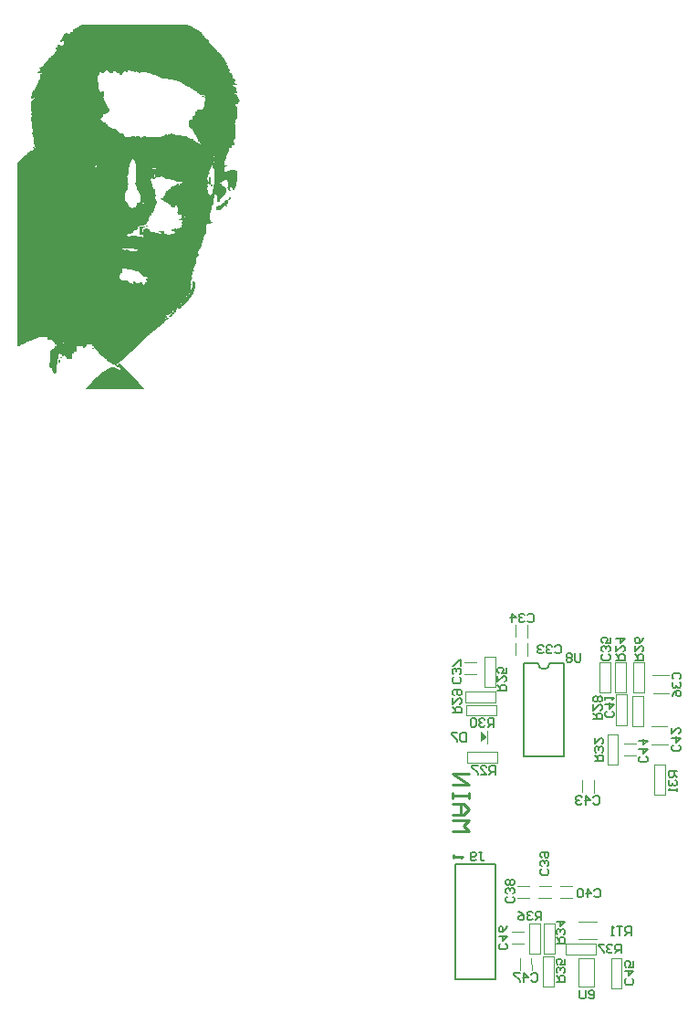
<source format=gbo>
G04*
G04 #@! TF.GenerationSoftware,Altium Limited,Altium Designer,20.0.10 (225)*
G04*
G04 Layer_Color=32896*
%FSLAX25Y25*%
%MOIN*%
G70*
G01*
G75*
%ADD10C,0.00787*%
%ADD12C,0.01000*%
%ADD16C,0.00394*%
%ADD18C,0.00591*%
%ADD218C,0.00332*%
G36*
X330731Y100557D02*
X330554Y100557D01*
X328349Y102762D01*
X328349Y98825D01*
X330731Y100557D01*
D02*
G37*
D10*
X349211Y127524D02*
G03*
X353451Y127524I2120J0D01*
G01*
X321775Y54280D02*
X333587D01*
Y12154D02*
Y54280D01*
X319020Y12154D02*
X333587D01*
X319020D02*
Y54280D01*
X321775D01*
X343851Y127524D02*
X349211D01*
X353451D02*
X358811D01*
Y126737D02*
Y127524D01*
X343851Y126737D02*
Y127524D01*
Y93666D02*
Y126737D01*
Y93666D02*
X358811D01*
Y126737D01*
D12*
X317929Y66354D02*
X323927D01*
X321928Y68354D01*
X323927Y70353D01*
X317929D01*
Y72352D02*
X321928D01*
X323927Y74352D01*
X321928Y76351D01*
X317929D01*
X320928D01*
Y72352D01*
X323927Y78351D02*
Y80350D01*
Y79350D01*
X317929D01*
Y78351D01*
Y80350D01*
Y83349D02*
X323927D01*
X317929Y87348D01*
X323927D01*
X318445Y56461D02*
Y57511D01*
Y56986D01*
X321593D01*
X321069Y56461D01*
D16*
X330712Y102761D02*
X330751Y98352D01*
X363945Y33224D02*
X370638D01*
X363945Y26924D02*
X370638D01*
X377315Y116894D02*
X381252D01*
X377315D02*
Y127918D01*
X381252D01*
Y116894D02*
Y127918D01*
X329694Y130034D02*
X333630D01*
Y119010D02*
Y130034D01*
X329694Y119010D02*
X333630D01*
X329694D02*
Y130034D01*
X334436Y91198D02*
Y95135D01*
X323412Y91198D02*
X334436D01*
X323412D02*
Y95135D01*
X334436D01*
X384008Y127918D02*
X387945D01*
Y116894D02*
Y127918D01*
X384008Y116894D02*
X387945D01*
X384008D02*
Y127918D01*
X383614Y115713D02*
X387551D01*
Y104690D02*
Y115713D01*
X383614Y104690D02*
X387551D01*
X383614D02*
Y115713D01*
X333614Y113351D02*
Y117288D01*
X322591Y113351D02*
X333614D01*
X322591D02*
Y117288D01*
X333614D01*
X334008Y108430D02*
Y112367D01*
X322985Y108430D02*
X334008D01*
X322985D02*
Y112367D01*
X334008D01*
X391652Y90643D02*
X395588D01*
Y79619D02*
Y90643D01*
X391652Y79619D02*
X395588D01*
X391652D02*
Y90643D01*
X374559Y101540D02*
X378496D01*
Y90516D02*
Y101540D01*
X374559Y90516D02*
X378496D01*
X374559D02*
Y101540D01*
X351270Y21568D02*
X355206D01*
X351270D02*
Y32592D01*
X355206D01*
Y21568D02*
Y32592D01*
X351002Y9455D02*
X354939D01*
X351002D02*
Y20479D01*
X354939D01*
Y9455D02*
Y20479D01*
X345918Y21614D02*
X349854D01*
X345918D02*
Y32638D01*
X349854D01*
Y21614D02*
Y32638D01*
X359321Y21370D02*
Y25307D01*
X370345D01*
Y21370D02*
Y25307D01*
X359321Y21370D02*
X370345D01*
X391095Y123194D02*
X392591D01*
X397000D01*
X395819Y116501D02*
X397000D01*
X391410Y116461D02*
X395819Y116501D01*
X395118Y97856D02*
X396614D01*
X390708D02*
X395118D01*
X390708Y104549D02*
X391890D01*
X396299Y104588D01*
X340942Y134899D02*
X340981Y130489D01*
X345194Y134801D02*
X345233Y130391D01*
X340942Y141592D02*
X340981Y137182D01*
X345194Y141494D02*
X345233Y137084D01*
X322256Y123592D02*
X326665Y123632D01*
X322354Y127844D02*
X326763Y127884D01*
X341670Y46126D02*
X346079Y46165D01*
X341572Y41874D02*
X345981Y41913D01*
X349544Y46126D02*
X353953Y46165D01*
X349446Y41874D02*
X353855Y41913D01*
X357418Y46126D02*
X361827Y46165D01*
X357320Y41874D02*
X361729Y41913D01*
X365325Y84886D02*
X365364Y80477D01*
X369577Y84788D02*
X369616Y80379D01*
X380674Y98110D02*
X385083Y98150D01*
X380576Y93858D02*
X384985Y93898D01*
X339689Y29485D02*
X344098Y29524D01*
X339591Y25233D02*
X344000Y25272D01*
X346823Y19883D02*
X346862Y15474D01*
X342571Y19981D02*
X342610Y15572D01*
X375740Y116894D02*
Y127918D01*
X371803D02*
X375740D01*
X371803Y116894D02*
Y127918D01*
Y116894D02*
X375740D01*
X377709Y105083D02*
Y116107D01*
Y105083D02*
X381646D01*
Y116107D01*
X377709D02*
X381646D01*
X379784Y8909D02*
Y19933D01*
X375848D02*
X379784D01*
X375848Y8909D02*
Y19933D01*
Y8909D02*
X379784D01*
X364046Y9559D02*
Y19795D01*
X369557D01*
Y9559D02*
Y19795D01*
X364046Y9559D02*
X369557D01*
D18*
X364502Y8267D02*
Y5643D01*
X365027Y5119D01*
X366076D01*
X366601Y5643D01*
Y8267D01*
X367651Y5643D02*
X368176Y5119D01*
X369225D01*
X369750Y5643D01*
Y7742D01*
X369225Y8267D01*
X368176D01*
X367651Y7742D01*
Y7218D01*
X368176Y6693D01*
X369750D01*
X364828Y131102D02*
Y128478D01*
X364304Y127953D01*
X363254D01*
X362730Y128478D01*
Y131102D01*
X361680Y130577D02*
X361155Y131102D01*
X360106D01*
X359581Y130577D01*
Y130052D01*
X360106Y129528D01*
X359581Y129003D01*
Y128478D01*
X360106Y127953D01*
X361155D01*
X361680Y128478D01*
Y129003D01*
X361155Y129528D01*
X361680Y130052D01*
Y130577D01*
X361155Y129528D02*
X360106D01*
X383201Y28347D02*
Y31496D01*
X381627D01*
X381102Y30971D01*
Y29921D01*
X381627Y29397D01*
X383201D01*
X382151D02*
X381102Y28347D01*
X380052Y31496D02*
X377953D01*
X379003D01*
Y28347D01*
X376904D02*
X375854D01*
X376379D01*
Y31496D01*
X376904Y30971D01*
X379592Y21851D02*
Y24999D01*
X378017D01*
X377493Y24475D01*
Y23425D01*
X378017Y22900D01*
X379592D01*
X378542D02*
X377493Y21851D01*
X376443Y24475D02*
X375919Y24999D01*
X374869D01*
X374344Y24475D01*
Y23950D01*
X374869Y23425D01*
X375394D01*
X374869D01*
X374344Y22900D01*
Y22376D01*
X374869Y21851D01*
X375919D01*
X376443Y22376D01*
X373295Y24999D02*
X371196D01*
Y24475D01*
X373295Y22376D01*
Y21851D01*
X350458Y33859D02*
Y37007D01*
X348884D01*
X348359Y36483D01*
Y35433D01*
X348884Y34908D01*
X350458D01*
X349408D02*
X348359Y33859D01*
X347309Y36483D02*
X346785Y37007D01*
X345735D01*
X345210Y36483D01*
Y35958D01*
X345735Y35433D01*
X346260D01*
X345735D01*
X345210Y34908D01*
Y34384D01*
X345735Y33859D01*
X346785D01*
X347309Y34384D01*
X342062Y37007D02*
X343111Y36483D01*
X344161Y35433D01*
Y34384D01*
X343636Y33859D01*
X342586D01*
X342062Y34384D01*
Y34908D01*
X342586Y35433D01*
X344161D01*
X355906Y11353D02*
X359055D01*
Y12927D01*
X358530Y13452D01*
X357480D01*
X356956Y12927D01*
Y11353D01*
Y12403D02*
X355906Y13452D01*
X358530Y14502D02*
X359055Y15026D01*
Y16076D01*
X358530Y16601D01*
X358005D01*
X357480Y16076D01*
Y15551D01*
Y16076D01*
X356956Y16601D01*
X356431D01*
X355906Y16076D01*
Y15026D01*
X356431Y14502D01*
X359055Y19749D02*
Y17650D01*
X357480D01*
X358005Y18700D01*
Y19225D01*
X357480Y19749D01*
X356431D01*
X355906Y19225D01*
Y18175D01*
X356431Y17650D01*
X355906Y25329D02*
X359055D01*
Y26904D01*
X358530Y27428D01*
X357480D01*
X356956Y26904D01*
Y25329D01*
Y26379D02*
X355906Y27428D01*
X358530Y28478D02*
X359055Y29003D01*
Y30052D01*
X358530Y30577D01*
X358005D01*
X357480Y30052D01*
Y29528D01*
Y30052D01*
X356956Y30577D01*
X356431D01*
X355906Y30052D01*
Y29003D01*
X356431Y28478D01*
X355906Y33201D02*
X359055D01*
X357480Y31627D01*
Y33726D01*
X369882Y91865D02*
X373031D01*
Y93439D01*
X372506Y93964D01*
X371457D01*
X370932Y93439D01*
Y91865D01*
Y92914D02*
X369882Y93964D01*
X372506Y95013D02*
X373031Y95538D01*
Y96588D01*
X372506Y97113D01*
X371982D01*
X371457Y96588D01*
Y96063D01*
Y96588D01*
X370932Y97113D01*
X370407D01*
X369882Y96588D01*
Y95538D01*
X370407Y95013D01*
X369882Y100261D02*
Y98162D01*
X371982Y100261D01*
X372506D01*
X373031Y99736D01*
Y98687D01*
X372506Y98162D01*
X399999Y88122D02*
X396851D01*
Y86548D01*
X397376Y86023D01*
X398425D01*
X398950Y86548D01*
Y88122D01*
Y87073D02*
X399999Y86023D01*
X397376Y84974D02*
X396851Y84449D01*
Y83399D01*
X397376Y82875D01*
X397900D01*
X398425Y83399D01*
Y83924D01*
Y83399D01*
X398950Y82875D01*
X399475D01*
X399999Y83399D01*
Y84449D01*
X399475Y84974D01*
X399999Y81825D02*
Y80775D01*
Y81300D01*
X396851D01*
X397376Y81825D01*
X332938Y104331D02*
Y107480D01*
X331364D01*
X330839Y106955D01*
Y105905D01*
X331364Y105381D01*
X332938D01*
X331889D02*
X330839Y104331D01*
X329790Y106955D02*
X329265Y107480D01*
X328215D01*
X327691Y106955D01*
Y106430D01*
X328215Y105905D01*
X328740D01*
X328215D01*
X327691Y105381D01*
Y104856D01*
X328215Y104331D01*
X329265D01*
X329790Y104856D01*
X326641Y106955D02*
X326116Y107480D01*
X325067D01*
X324542Y106955D01*
Y104856D01*
X325067Y104331D01*
X326116D01*
X326641Y104856D01*
Y106955D01*
X318111Y109581D02*
X321259D01*
Y111156D01*
X320735Y111680D01*
X319685D01*
X319160Y111156D01*
Y109581D01*
Y110631D02*
X318111Y111680D01*
Y114829D02*
Y112730D01*
X320210Y114829D01*
X320735D01*
X321259Y114304D01*
Y113255D01*
X320735Y112730D01*
X318636Y115879D02*
X318111Y116403D01*
Y117453D01*
X318636Y117978D01*
X320735D01*
X321259Y117453D01*
Y116403D01*
X320735Y115879D01*
X320210D01*
X319685Y116403D01*
Y117978D01*
X369489Y107219D02*
X372637D01*
Y108793D01*
X372112Y109318D01*
X371063D01*
X370538Y108793D01*
Y107219D01*
Y108269D02*
X369489Y109318D01*
Y112467D02*
Y110368D01*
X371588Y112467D01*
X372112D01*
X372637Y111942D01*
Y110893D01*
X372112Y110368D01*
Y113516D02*
X372637Y114041D01*
Y115091D01*
X372112Y115615D01*
X371588D01*
X371063Y115091D01*
X370538Y115615D01*
X370013D01*
X369489Y115091D01*
Y114041D01*
X370013Y113516D01*
X370538D01*
X371063Y114041D01*
X371588Y113516D01*
X372112D01*
X371063Y114041D02*
Y115091D01*
X384646Y128676D02*
X387795D01*
Y130250D01*
X387270Y130775D01*
X386221D01*
X385696Y130250D01*
Y128676D01*
Y129725D02*
X384646Y130775D01*
Y133924D02*
Y131825D01*
X386745Y133924D01*
X387270D01*
X387795Y133399D01*
Y132349D01*
X387270Y131825D01*
X387795Y137072D02*
X387270Y136023D01*
X386221Y134973D01*
X385171D01*
X384646Y135498D01*
Y136547D01*
X385171Y137072D01*
X385696D01*
X386221Y136547D01*
Y134973D01*
X333529Y87008D02*
Y90157D01*
X331955D01*
X331430Y89632D01*
Y88583D01*
X331955Y88058D01*
X333529D01*
X332479D02*
X331430Y87008D01*
X328281D02*
X330380D01*
X328281Y89107D01*
Y89632D01*
X328806Y90157D01*
X329855D01*
X330380Y89632D01*
X327232Y90157D02*
X325133D01*
Y89632D01*
X327232Y87533D01*
Y87008D01*
X334449Y117652D02*
X337598D01*
Y119227D01*
X337073Y119751D01*
X336024D01*
X335499Y119227D01*
Y117652D01*
Y118702D02*
X334449Y119751D01*
Y122900D02*
Y120801D01*
X336548Y122900D01*
X337073D01*
X337598Y122375D01*
Y121326D01*
X337073Y120801D01*
X337598Y126049D02*
Y123949D01*
X336024D01*
X336548Y124999D01*
Y125524D01*
X336024Y126049D01*
X334974D01*
X334449Y125524D01*
Y124474D01*
X334974Y123949D01*
X377756Y128676D02*
X380905D01*
Y130250D01*
X380380Y130775D01*
X379331D01*
X378806Y130250D01*
Y128676D01*
Y129725D02*
X377756Y130775D01*
Y133924D02*
Y131825D01*
X379855Y133924D01*
X380380D01*
X380905Y133399D01*
Y132349D01*
X380380Y131825D01*
X377756Y136547D02*
X380905D01*
X379331Y134973D01*
Y137072D01*
X327690Y58661D02*
X328740D01*
X328215D01*
Y56037D01*
X328740Y55512D01*
X329264D01*
X329789Y56037D01*
X326641D02*
X326116Y55512D01*
X325066D01*
X324541Y56037D01*
Y58136D01*
X325066Y58661D01*
X326116D01*
X326641Y58136D01*
Y57611D01*
X326116Y57087D01*
X324541D01*
X322899Y102165D02*
Y99016D01*
X321325D01*
X320800Y99541D01*
Y101640D01*
X321325Y102165D01*
X322899D01*
X319751D02*
X317652D01*
Y101640D01*
X319751Y99541D01*
Y99016D01*
X346784Y14042D02*
X347309Y14566D01*
X348358D01*
X348883Y14042D01*
Y11943D01*
X348358Y11418D01*
X347309D01*
X346784Y11943D01*
X344160Y11418D02*
Y14566D01*
X345735Y12992D01*
X343636D01*
X342586Y14566D02*
X340487D01*
Y14042D01*
X342586Y11943D01*
Y11418D01*
X337467Y25263D02*
X337992Y24738D01*
Y23689D01*
X337467Y23164D01*
X335368D01*
X334843Y23689D01*
Y24738D01*
X335368Y25263D01*
X334843Y27887D02*
X337992D01*
X336417Y26313D01*
Y28412D01*
X337992Y31560D02*
X337467Y30511D01*
X336417Y29461D01*
X335368D01*
X334843Y29986D01*
Y31036D01*
X335368Y31560D01*
X335893D01*
X336417Y31036D01*
Y29461D01*
X383530Y12468D02*
X384055Y11943D01*
Y10894D01*
X383530Y10369D01*
X381431D01*
X380906Y10894D01*
Y11943D01*
X381431Y12468D01*
X380906Y15092D02*
X384055D01*
X382480Y13517D01*
Y15617D01*
X384055Y18765D02*
Y16666D01*
X382480D01*
X383005Y17716D01*
Y18240D01*
X382480Y18765D01*
X381431D01*
X380906Y18240D01*
Y17191D01*
X381431Y16666D01*
X388648Y93570D02*
X389173Y93046D01*
Y91996D01*
X388648Y91471D01*
X386549D01*
X386024Y91996D01*
Y93046D01*
X386549Y93570D01*
X386024Y96194D02*
X389173D01*
X387598Y94620D01*
Y96719D01*
X386024Y99343D02*
X389173D01*
X387598Y97768D01*
Y99867D01*
X369422Y78609D02*
X369947Y79133D01*
X370996D01*
X371521Y78609D01*
Y76509D01*
X370996Y75985D01*
X369947D01*
X369422Y76509D01*
X366798Y75985D02*
Y79133D01*
X368372Y77559D01*
X366273D01*
X365224Y78609D02*
X364699Y79133D01*
X363650D01*
X363125Y78609D01*
Y78084D01*
X363650Y77559D01*
X364174D01*
X363650D01*
X363125Y77034D01*
Y76509D01*
X363650Y75985D01*
X364699D01*
X365224Y76509D01*
X400656Y97704D02*
X401181Y97179D01*
Y96130D01*
X400656Y95605D01*
X398557D01*
X398032Y96130D01*
Y97179D01*
X398557Y97704D01*
X398032Y100328D02*
X401181D01*
X399606Y98754D01*
Y100853D01*
X398032Y104001D02*
Y101902D01*
X400131Y104001D01*
X400656D01*
X401181Y103477D01*
Y102427D01*
X400656Y101902D01*
X376443Y110040D02*
X376968Y109515D01*
Y108466D01*
X376443Y107941D01*
X374344D01*
X373819Y108466D01*
Y109515D01*
X374344Y110040D01*
X373819Y112664D02*
X376968D01*
X375394Y111089D01*
Y113189D01*
X373819Y114238D02*
Y115287D01*
Y114763D01*
X376968D01*
X376443Y114238D01*
X369816Y44750D02*
X370340Y45275D01*
X371390D01*
X371915Y44750D01*
Y42651D01*
X371390Y42127D01*
X370340D01*
X369816Y42651D01*
X367192Y42127D02*
Y45275D01*
X368766Y43701D01*
X366667D01*
X365617Y44750D02*
X365093Y45275D01*
X364043D01*
X363518Y44750D01*
Y42651D01*
X364043Y42127D01*
X365093D01*
X365617Y42651D01*
Y44750D01*
X352624Y52429D02*
X353149Y51904D01*
Y50854D01*
X352624Y50329D01*
X350525D01*
X350001Y50854D01*
Y51904D01*
X350525Y52429D01*
X352624Y53478D02*
X353149Y54003D01*
Y55052D01*
X352624Y55577D01*
X352100D01*
X351575Y55052D01*
Y54527D01*
Y55052D01*
X351050Y55577D01*
X350525D01*
X350001Y55052D01*
Y54003D01*
X350525Y53478D01*
Y56627D02*
X350001Y57151D01*
Y58201D01*
X350525Y58726D01*
X352624D01*
X353149Y58201D01*
Y57151D01*
X352624Y56627D01*
X352100D01*
X351575Y57151D01*
Y58726D01*
X337927Y42389D02*
X337402Y41864D01*
Y40815D01*
X337927Y40290D01*
X340026D01*
X340551Y40815D01*
Y41864D01*
X340026Y42389D01*
X337927Y43439D02*
X337402Y43963D01*
Y45013D01*
X337927Y45538D01*
X338452D01*
X338976Y45013D01*
Y44488D01*
Y45013D01*
X339501Y45538D01*
X340026D01*
X340551Y45013D01*
Y43963D01*
X340026Y43439D01*
X337927Y46587D02*
X337402Y47112D01*
Y48162D01*
X337927Y48686D01*
X338452D01*
X338976Y48162D01*
X339501Y48686D01*
X340026D01*
X340551Y48162D01*
Y47112D01*
X340026Y46587D01*
X339501D01*
X338976Y47112D01*
X338452Y46587D01*
X337927D01*
X338976Y47112D02*
Y48162D01*
X320538Y122507D02*
X321062Y121983D01*
Y120933D01*
X320538Y120408D01*
X318439D01*
X317914Y120933D01*
Y121983D01*
X318439Y122507D01*
X320538Y123557D02*
X321062Y124082D01*
Y125131D01*
X320538Y125656D01*
X320013D01*
X319488Y125131D01*
Y124606D01*
Y125131D01*
X318963Y125656D01*
X318439D01*
X317914Y125131D01*
Y124082D01*
X318439Y123557D01*
X321062Y126705D02*
Y128804D01*
X320538D01*
X318439Y126705D01*
X317914D01*
X398754Y121784D02*
X398229Y122309D01*
Y123358D01*
X398754Y123883D01*
X400853D01*
X401377Y123358D01*
Y122309D01*
X400853Y121784D01*
X398754Y120735D02*
X398229Y120210D01*
Y119160D01*
X398754Y118635D01*
X399278D01*
X399803Y119160D01*
Y119685D01*
Y119160D01*
X400328Y118635D01*
X400853D01*
X401377Y119160D01*
Y120210D01*
X400853Y120735D01*
X398229Y115487D02*
X398754Y116536D01*
X399803Y117586D01*
X400853D01*
X401377Y117061D01*
Y116012D01*
X400853Y115487D01*
X400328D01*
X399803Y116012D01*
Y117586D01*
X375065Y130775D02*
X375590Y130250D01*
Y129201D01*
X375065Y128676D01*
X372966D01*
X372442Y129201D01*
Y130250D01*
X372966Y130775D01*
X375065Y131825D02*
X375590Y132349D01*
Y133399D01*
X375065Y133924D01*
X374540D01*
X374016Y133399D01*
Y132874D01*
Y133399D01*
X373491Y133924D01*
X372966D01*
X372442Y133399D01*
Y132349D01*
X372966Y131825D01*
X375590Y137072D02*
Y134973D01*
X374016D01*
X374540Y136023D01*
Y136547D01*
X374016Y137072D01*
X372966D01*
X372442Y136547D01*
Y135498D01*
X372966Y134973D01*
X345406Y145144D02*
X345931Y145669D01*
X346980D01*
X347505Y145144D01*
Y143045D01*
X346980Y142520D01*
X345931D01*
X345406Y143045D01*
X344357Y145144D02*
X343832Y145669D01*
X342782D01*
X342258Y145144D01*
Y144619D01*
X342782Y144095D01*
X343307D01*
X342782D01*
X342258Y143570D01*
Y143045D01*
X342782Y142520D01*
X343832D01*
X344357Y143045D01*
X339634Y142520D02*
Y145669D01*
X341208Y144095D01*
X339109D01*
X355446Y133727D02*
X355970Y134251D01*
X357020D01*
X357545Y133727D01*
Y131628D01*
X357020Y131103D01*
X355970D01*
X355446Y131628D01*
X354396Y133727D02*
X353871Y134251D01*
X352822D01*
X352297Y133727D01*
Y133202D01*
X352822Y132677D01*
X353346D01*
X352822D01*
X352297Y132152D01*
Y131628D01*
X352822Y131103D01*
X353871D01*
X354396Y131628D01*
X351247Y133727D02*
X350723Y134251D01*
X349673D01*
X349148Y133727D01*
Y133202D01*
X349673Y132677D01*
X350198D01*
X349673D01*
X349148Y132152D01*
Y131628D01*
X349673Y131103D01*
X350723D01*
X351247Y131628D01*
D218*
X182476Y360495D02*
X220973D01*
X181812Y360163D02*
X221969D01*
X181481Y359831D02*
X222632D01*
X180817Y359499D02*
X222964D01*
X180153Y359167D02*
X223628D01*
X179489Y358835D02*
X224292D01*
X179489Y358503D02*
X224956D01*
X179489Y358172D02*
X225287D01*
X178494Y357840D02*
X225951D01*
X178494Y357508D02*
X225951D01*
X176834D02*
X177166D01*
X176171Y357176D02*
X226283D01*
X176171Y356844D02*
X226283D01*
X175507Y356512D02*
X226947D01*
X175507Y356180D02*
X226947D01*
X175175Y355849D02*
X227278D01*
X175175Y355517D02*
X227610D01*
X174843Y355185D02*
X228274D01*
X174511Y354853D02*
X228606D01*
X175839Y354521D02*
X228606D01*
X174511D02*
X174843D01*
X175839Y354189D02*
X228606D01*
X176171Y353857D02*
X228938D01*
X175839Y353525D02*
X229270D01*
X175507Y353193D02*
X229602D01*
X173516D02*
X174179D01*
X173516Y352862D02*
X229934D01*
X173516Y352530D02*
X230265D01*
X172852Y352198D02*
X230597D01*
X172852Y351866D02*
X230929D01*
X173184Y351534D02*
X231261D01*
X173184Y351202D02*
X231593D01*
X173516Y350870D02*
X231593D01*
X172852D02*
X173184D01*
X172520Y350539D02*
X232257D01*
X172520Y350207D02*
X232589D01*
X172188Y349875D02*
X232920D01*
X171856Y349543D02*
X233252D01*
X171193Y349211D02*
X233252D01*
X171193Y348879D02*
X233584D01*
X170529Y348547D02*
X233916D01*
X170197Y348216D02*
X234248D01*
X170197Y347884D02*
X234248D01*
X169865Y347552D02*
X234580D01*
X169533Y347220D02*
X234580D01*
X169201Y346888D02*
X234911D01*
X168869Y346556D02*
X235243D01*
X168538Y346224D02*
X234911D01*
X168538Y345892D02*
X235243D01*
X168206Y345561D02*
X235575D01*
X167542Y345229D02*
X235575D01*
X167542Y344897D02*
X235575D01*
X166878D02*
X167210D01*
Y344565D02*
X235907D01*
X167210Y344233D02*
X236239D01*
X200397Y343901D02*
X236239D01*
X198406D02*
X199070D01*
X192100D02*
X198074D01*
X167210D02*
X191105D01*
X204380Y343569D02*
X235907D01*
X202720D02*
X204048D01*
X201725D02*
X202057D01*
X198738D02*
X199070D01*
X195087D02*
X197742D01*
X192432D02*
X193760D01*
X166546D02*
X190773D01*
X206371Y343237D02*
X236239D01*
X203384D02*
X203716D01*
X195419D02*
X197410D01*
X192764D02*
X193760D01*
X189777D02*
X190441D01*
X166215D02*
X188782D01*
X207698Y342905D02*
X236903D01*
X196415D02*
X197078D01*
X167874D02*
X188782D01*
X208362Y342574D02*
X236903D01*
X196415D02*
X197078D01*
X167210D02*
X188782D01*
X209689Y342242D02*
X237235D01*
X167210D02*
X188450D01*
X210353Y341910D02*
X237235D01*
X167210D02*
X188118D01*
X211017Y341578D02*
X237235D01*
X167210D02*
X188118D01*
X211681Y341246D02*
X237235D01*
X167210D02*
X188118D01*
X214004Y340914D02*
X237898D01*
X167210D02*
X188118D01*
X215995Y340582D02*
X238230D01*
X166878D02*
X188118D01*
X217322Y340251D02*
X238230D01*
X166546D02*
X188118D01*
X218318Y339919D02*
X237898D01*
X166546D02*
X188118D01*
X218982Y339587D02*
X237898D01*
X166546D02*
X188450D01*
X219314Y339255D02*
X238230D01*
X166215D02*
X188450D01*
X219977Y338923D02*
X238894D01*
X166215D02*
X188450D01*
X220309Y338591D02*
X237235D01*
X165883D02*
X188450D01*
X220973Y338259D02*
X237566D01*
X165883D02*
X188450D01*
X221969Y337928D02*
X238230D01*
X165551D02*
X188450D01*
X222301Y337596D02*
X238562D01*
X165551D02*
X188450D01*
X222964Y337264D02*
X238562D01*
X165219D02*
X188450D01*
X223296Y336932D02*
X238562D01*
X165219D02*
X188782D01*
X223960Y336600D02*
X238562D01*
X164555D02*
X188782D01*
X224624Y336268D02*
X238894D01*
X189777D02*
X190441D01*
X164555D02*
X189113D01*
X224624Y335936D02*
X238894D01*
X164223D02*
X190441D01*
X225287Y335604D02*
X237898D01*
X164223D02*
X190441D01*
X225619Y335273D02*
X238562D01*
X164223D02*
X190441D01*
X227278Y334941D02*
X238894D01*
X164223D02*
X190441D01*
X227610Y334609D02*
X238894D01*
X226283D02*
X226947D01*
X163891D02*
X190441D01*
X227278Y334277D02*
X239226D01*
X163891D02*
X190109D01*
X227610Y333945D02*
X239226D01*
X165219D02*
X190441D01*
X163891D02*
X164555D01*
X227610Y333613D02*
X239558D01*
X164887D02*
X190441D01*
X227610Y333281D02*
X239558D01*
X164555D02*
X190441D01*
X227610Y332949D02*
X239890D01*
X164223D02*
X190773D01*
X227278Y332618D02*
X239558D01*
X163891D02*
X190773D01*
X227278Y332286D02*
X239226D01*
X163891D02*
X191105D01*
X227278Y331954D02*
X239226D01*
X163891D02*
X191105D01*
X227278Y331622D02*
X238230D01*
X163891D02*
X191437D01*
X227278Y331290D02*
X238230D01*
X163891D02*
X191437D01*
X227278Y330958D02*
X238562D01*
X163891D02*
X191769D01*
X226947Y330626D02*
X238894D01*
X163891D02*
X191769D01*
X226947Y330294D02*
X238894D01*
X163891D02*
X192100D01*
X226615Y329963D02*
X238894D01*
X163891D02*
X192432D01*
X224624Y329631D02*
X238894D01*
X163891D02*
X192432D01*
X224624Y329299D02*
X238894D01*
X163891D02*
X192432D01*
X223960Y328967D02*
X238894D01*
X164223D02*
X192100D01*
X223960Y328635D02*
X238894D01*
X164223D02*
X191769D01*
X223960Y328303D02*
X238894D01*
X163891D02*
X191105D01*
X223960Y327971D02*
X238894D01*
X163891D02*
X190109D01*
X223628Y327640D02*
X238894D01*
X164223D02*
X190109D01*
X222964Y327308D02*
X238894D01*
X164223D02*
X190109D01*
X222964Y326976D02*
X238894D01*
X163891D02*
X189777D01*
X222964Y326644D02*
X238894D01*
X163891D02*
X189445D01*
X222964Y326312D02*
X238562D01*
X163891D02*
X189113D01*
X221969Y325980D02*
X238230D01*
X163891D02*
X189445D01*
X221637Y325648D02*
X238230D01*
X163891D02*
X189777D01*
X221637Y325317D02*
X238230D01*
X164223D02*
X190109D01*
X221637Y324985D02*
X238230D01*
X164223D02*
X191105D01*
X221637Y324653D02*
X237898D01*
X164223D02*
X191105D01*
X221637Y324321D02*
X238230D01*
X164223D02*
X191769D01*
X221637Y323989D02*
X238230D01*
X164223D02*
X191769D01*
X221637Y323657D02*
X238230D01*
X164223D02*
X192100D01*
X221969Y323325D02*
X238230D01*
X164223D02*
X192764D01*
X222301Y322993D02*
X238230D01*
X164223D02*
X193428D01*
X222964Y322661D02*
X238230D01*
X164555D02*
X194755D01*
X222964Y322330D02*
X238230D01*
X164555D02*
X195087D01*
X223296Y321998D02*
X238230D01*
X164555D02*
X195419D01*
X223296Y321666D02*
X238230D01*
X164555D02*
X195751D01*
X223628Y321334D02*
X238230D01*
X164223D02*
X196083D01*
X223628Y321002D02*
X238230D01*
X214999D02*
X215331D01*
X164223D02*
X197410D01*
X223960Y320670D02*
X238230D01*
X214004D02*
X216327D01*
X213008D02*
X213340D01*
X164555D02*
X197742D01*
X224292Y320339D02*
X238230D01*
X212676D02*
X218650D01*
X164555D02*
X197742D01*
X224292Y320006D02*
X238230D01*
X211681D02*
X220641D01*
X205043D02*
X205707D01*
X202388D02*
X203384D01*
X200729D02*
X201725D01*
X164555D02*
X198074D01*
X224624Y319675D02*
X238230D01*
X204380D02*
X220973D01*
X202057D02*
X203716D01*
X164887D02*
X201725D01*
X224624Y319343D02*
X238230D01*
X164887D02*
X221637D01*
X224956Y319011D02*
X237898D01*
X164887D02*
X222964D01*
X224956Y318679D02*
X237566D01*
X164887D02*
X222964D01*
X224956Y318347D02*
X237566D01*
X164887D02*
X223628D01*
X225619Y318015D02*
X237566D01*
X164887D02*
X223960D01*
X225619Y317684D02*
X237898D01*
X164887D02*
X224624D01*
X225951Y317352D02*
X237898D01*
X164887D02*
X225287D01*
X237566Y317020D02*
X237898D01*
X225951D02*
X237235D01*
X165219D02*
X225619D01*
X165219Y316688D02*
X236903D01*
X165219Y316356D02*
X236903D01*
X165551Y316024D02*
X236903D01*
X164555D02*
X164887D01*
Y315692D02*
X235907D01*
X164887Y315360D02*
X235907D01*
X164555Y315029D02*
X235907D01*
X163560Y314697D02*
X235907D01*
X163228Y314365D02*
X235575D01*
X162564Y314033D02*
X235575D01*
X162564Y313701D02*
X235243D01*
X162232Y313369D02*
X235243D01*
X162232Y313037D02*
X234911D01*
X161568D02*
X161900D01*
X230929Y312705D02*
X234911D01*
X161237D02*
X230265D01*
X230597Y312374D02*
X234911D01*
X160905D02*
X230265D01*
X160573Y312042D02*
X234911D01*
X201393Y311710D02*
X234580D01*
X160241D02*
X200729D01*
X201725Y311378D02*
X234580D01*
X159909D02*
X200397D01*
X230597Y311046D02*
X234248D01*
X202057D02*
X230265D01*
X159577D02*
X200397D01*
X230929Y310714D02*
X234248D01*
X202057D02*
X230265D01*
X159245D02*
X200065D01*
X202057Y310382D02*
X234248D01*
X158913D02*
X200065D01*
X202388Y310051D02*
X234248D01*
X188450D02*
X199733D01*
X158913D02*
X188118D01*
X202388Y309719D02*
X234248D01*
X158913D02*
X199733D01*
X230265Y309387D02*
X235243D01*
X202388D02*
X229602D01*
X188118D02*
X199733D01*
X158913D02*
X187454D01*
X230265Y309055D02*
X234580D01*
X202388D02*
X229602D01*
X188118D02*
X199733D01*
X158913D02*
X187122D01*
X230265Y308723D02*
X234248D01*
X208362D02*
X229270D01*
X202388D02*
X208030D01*
X158913D02*
X199401D01*
X230597Y308391D02*
X234248D01*
X209689D02*
X229270D01*
X202388D02*
X208030D01*
X158913D02*
X199401D01*
X230929Y308059D02*
X234248D01*
X210021D02*
X228938D01*
X202388D02*
X209689D01*
X158913D02*
X199401D01*
X236571Y307727D02*
X238230D01*
X230929D02*
X234248D01*
X214999D02*
X228938D01*
X202388D02*
X214668D01*
X158913D02*
X199401D01*
X235575Y307396D02*
X238894D01*
X230929D02*
X234248D01*
X202388D02*
X228606D01*
X158913D02*
X199401D01*
X230929Y307064D02*
X238894D01*
X202388D02*
X228606D01*
X158913D02*
X199401D01*
X230929Y306732D02*
X238894D01*
X202388D02*
X228938D01*
X158913D02*
X199401D01*
X230929Y306400D02*
X238894D01*
X202388D02*
X228606D01*
X158913D02*
X199401D01*
X230929Y306068D02*
X238894D01*
X210021D02*
X228274D01*
X209358D02*
X209689D01*
X202388D02*
X208694D01*
X158913D02*
X199070D01*
X230929Y305736D02*
X238894D01*
X209358D02*
X228274D01*
X202388D02*
X208694D01*
X158913D02*
X199070D01*
X230929Y305404D02*
X238894D01*
X212013D02*
X228274D01*
X209358D02*
X211017D01*
X202388D02*
X208694D01*
X158913D02*
X198738D01*
X230929Y305072D02*
X238894D01*
X228938D02*
X229270D01*
X212676D02*
X227942D01*
X202388D02*
X209358D01*
X158913D02*
X199070D01*
X230929Y304741D02*
X238894D01*
X228938D02*
X229270D01*
X213008D02*
X227942D01*
X208362D02*
X209026D01*
X202388D02*
X207698D01*
X158913D02*
X199070D01*
X230929Y304409D02*
X238894D01*
X228938D02*
X229270D01*
X214999D02*
X227942D01*
X202388D02*
X207366D01*
X158913D02*
X199070D01*
X235575Y304077D02*
X238894D01*
X230929D02*
X234248D01*
X228938D02*
X229270D01*
X216327D02*
X228274D01*
X202388D02*
X207366D01*
X158913D02*
X199070D01*
X235575Y303745D02*
X238894D01*
X230929D02*
X233584D01*
X228938D02*
X229270D01*
X216991D02*
X228274D01*
X202388D02*
X207698D01*
X158913D02*
X199070D01*
X235907Y303413D02*
X238562D01*
X230929D02*
X233252D01*
X228606D02*
X229270D01*
X219314D02*
X228274D01*
X202388D02*
X207698D01*
X158913D02*
X199070D01*
X235907Y303081D02*
X238562D01*
X230929D02*
X232589D01*
X228606D02*
X229270D01*
X218982D02*
X228274D01*
X202057D02*
X207698D01*
X158913D02*
X199070D01*
X235907Y302749D02*
X238562D01*
X232920D02*
X233252D01*
X230929D02*
X232589D01*
X228938D02*
X229270D01*
X218318D02*
X228274D01*
X217322D02*
X217654D01*
X202057D02*
X208030D01*
X158913D02*
X199401D01*
X235907Y302417D02*
X238562D01*
X230597D02*
X233252D01*
X229602D02*
X229934D01*
X218318D02*
X227942D01*
X216991D02*
X217654D01*
X202388D02*
X208030D01*
X158913D02*
X199070D01*
X235907Y302086D02*
X238562D01*
X230597D02*
X233584D01*
X229602D02*
X229934D01*
X218318D02*
X228274D01*
X216327D02*
X217986D01*
X202388D02*
X208030D01*
X158913D02*
X199070D01*
X237235Y301754D02*
X238230D01*
X235907D02*
X236903D01*
X230597D02*
X234248D01*
X215331D02*
X228274D01*
X202720D02*
X208030D01*
X158913D02*
X199070D01*
X237235Y301422D02*
X238230D01*
X235575D02*
X236239D01*
X230597D02*
X234580D01*
X217654D02*
X227942D01*
X214999D02*
X217322D01*
X202720D02*
X208362D01*
X158913D02*
X199070D01*
X237566Y301090D02*
X237898D01*
X235907D02*
X236239D01*
X230597D02*
X234911D01*
X217654D02*
X227942D01*
X214999D02*
X217322D01*
X202720D02*
X208362D01*
X158913D02*
X199070D01*
X237566Y300758D02*
X237898D01*
X235907D02*
X236239D01*
X230265D02*
X234911D01*
X214668D02*
X227942D01*
X202720D02*
X208694D01*
X158913D02*
X199070D01*
X237566Y300426D02*
X237898D01*
X230265D02*
X234911D01*
X214336D02*
X227942D01*
X203052D02*
X209026D01*
X158913D02*
X198738D01*
X236239Y300094D02*
X236571D01*
X230265D02*
X234911D01*
X214004D02*
X228274D01*
X203052D02*
X209026D01*
X158913D02*
X198738D01*
X230265Y299763D02*
X234911D01*
X213340D02*
X228274D01*
X203384D02*
X209026D01*
X158913D02*
X198406D01*
X230265Y299431D02*
X234911D01*
X213340D02*
X228274D01*
X203384D02*
X209026D01*
X158913D02*
X198406D01*
X230265Y299099D02*
X234580D01*
X213008D02*
X228274D01*
X203716D02*
X209026D01*
X158913D02*
X198074D01*
X229934Y298767D02*
X234580D01*
X213008D02*
X228606D01*
X203716D02*
X209026D01*
X158913D02*
X198074D01*
X231593Y298435D02*
X234248D01*
X229602D02*
X230597D01*
X213008D02*
X228938D01*
X204048D02*
X209358D01*
X158913D02*
X198074D01*
X231925Y298103D02*
X233916D01*
X229602D02*
X230597D01*
X212676D02*
X229270D01*
X204048D02*
X209358D01*
X158913D02*
X198074D01*
X231925Y297771D02*
X233584D01*
X229602D02*
X230597D01*
X212344D02*
X229270D01*
X204048D02*
X209026D01*
X158913D02*
X198074D01*
X236239Y297439D02*
X236571D01*
X231925D02*
X233252D01*
X212344D02*
X230597D01*
X204048D02*
X209026D01*
X158913D02*
X198074D01*
X236239Y297108D02*
X236571D01*
X231925D02*
X232920D01*
X211349D02*
X230265D01*
X204048D02*
X209026D01*
X158913D02*
X198074D01*
X235907Y296776D02*
X236239D01*
X231925D02*
X232589D01*
X211681D02*
X230265D01*
X204048D02*
X209358D01*
X158913D02*
X198074D01*
X234911Y296444D02*
X235575D01*
X231925D02*
X232589D01*
X212344D02*
X230265D01*
X204048D02*
X209358D01*
X158913D02*
X198074D01*
X234580Y296112D02*
X235575D01*
X231925D02*
X232589D01*
X212676D02*
X230265D01*
X204048D02*
X209689D01*
X158913D02*
X198406D01*
X234580Y295780D02*
X235575D01*
X213340D02*
X230265D01*
X204711D02*
X209689D01*
X203716D02*
X204380D01*
X158913D02*
X198738D01*
X233916Y295448D02*
X235575D01*
X214004D02*
X230265D01*
X205375D02*
X209689D01*
X203716D02*
X204380D01*
X202720D02*
X203384D01*
X158913D02*
X199070D01*
X233584Y295116D02*
X235243D01*
X214336D02*
X230265D01*
X202720D02*
X209358D01*
X158913D02*
X199070D01*
X233252Y294784D02*
X234911D01*
X214999D02*
X229934D01*
X202720D02*
X209358D01*
X158913D02*
X199401D01*
X234911Y294453D02*
X235243D01*
X232257D02*
X234248D01*
X217322D02*
X229602D01*
X214999D02*
X216327D01*
X202388D02*
X209026D01*
X158913D02*
X199401D01*
X231593Y294121D02*
X233916D01*
X217322D02*
X229602D01*
X215331D02*
X216327D01*
X202388D02*
X209026D01*
X158913D02*
X199733D01*
X231593Y293789D02*
X233584D01*
X217654D02*
X229602D01*
X201393D02*
X209026D01*
X158913D02*
X200397D01*
X231593Y293457D02*
X233252D01*
X217654D02*
X229602D01*
X158913D02*
X208694D01*
X231593Y293125D02*
X232920D01*
X217654D02*
X229602D01*
X158913D02*
X208694D01*
X217654Y292793D02*
X229270D01*
X158913D02*
X208694D01*
X217654Y292461D02*
X229270D01*
X158913D02*
X208362D01*
X217322Y292129D02*
X229270D01*
X158913D02*
X208362D01*
X217654Y291798D02*
X228938D01*
X158913D02*
X207698D01*
X217654Y291466D02*
X228938D01*
X158913D02*
X207698D01*
X218982Y291134D02*
X228938D01*
X158913D02*
X207698D01*
X218982Y290802D02*
X228938D01*
X158913D02*
X207034D01*
X220309Y290470D02*
X228938D01*
X218982D02*
X219646D01*
X158913D02*
X207034D01*
X219977Y290138D02*
X228938D01*
X218982D02*
X219646D01*
X158913D02*
X206703D01*
X219314Y289806D02*
X228938D01*
X218650D02*
X218982D01*
X158913D02*
X206703D01*
X217986Y289475D02*
X228938D01*
X158913D02*
X206703D01*
X219314Y289143D02*
X229270D01*
X158913D02*
X206703D01*
X219314Y288811D02*
X229270D01*
X158913D02*
X206371D01*
X218982Y288479D02*
X229934D01*
X158913D02*
X206039D01*
X218982Y288147D02*
X229270D01*
X158913D02*
X206039D01*
X219314Y287815D02*
X227942D01*
X158913D02*
X205707D01*
X218982Y287483D02*
X227610D01*
X158913D02*
X205043D01*
X218982Y287152D02*
X227610D01*
X206039D02*
X206371D01*
X158913D02*
X203384D01*
X218982Y286820D02*
X227610D01*
X204711D02*
X205375D01*
X203716D02*
X204380D01*
X158913D02*
X202720D01*
X218318Y286488D02*
X227610D01*
X203716D02*
X204711D01*
X158913D02*
X202720D01*
X217322Y286156D02*
X227610D01*
X216327D02*
X216659D01*
X205707D02*
X206371D01*
X203716D02*
X204380D01*
X158913D02*
X202720D01*
X216327Y285824D02*
X227610D01*
X215331D02*
X215995D01*
X205043D02*
X207034D01*
X203716D02*
X204380D01*
X158913D02*
X202388D01*
X216327Y285492D02*
X227610D01*
X215331D02*
X215995D01*
X205043D02*
X207034D01*
X203716D02*
X204380D01*
X158913D02*
X201393D01*
X216327Y285160D02*
X227610D01*
X210685D02*
X212344D01*
X205043D02*
X207366D01*
X203716D02*
X204380D01*
X158913D02*
X201061D01*
X216659Y284828D02*
X227610D01*
X211349D02*
X212344D01*
X203716D02*
X209026D01*
X158913D02*
X201061D01*
X216327Y284496D02*
X227610D01*
X211681D02*
X212344D01*
X203716D02*
X210353D01*
X158913D02*
X200397D01*
X215995Y284165D02*
X227278D01*
X214999D02*
X215663D01*
X211349D02*
X213340D01*
X203716D02*
X211017D01*
X158913D02*
X199070D01*
X205043Y283833D02*
X226947D01*
X158913D02*
X198738D01*
X205043Y283501D02*
X226947D01*
X200397D02*
X202388D01*
X158913D02*
X199070D01*
X205043Y283169D02*
X226615D01*
X158913D02*
X204380D01*
X158913Y282837D02*
X226615D01*
X158913Y282505D02*
X226615D01*
X158913Y282173D02*
X226615D01*
X158913Y281841D02*
X226283D01*
X158913Y281510D02*
X226283D01*
X158913Y281178D02*
X226283D01*
X158913Y280846D02*
X225951D01*
X158913Y280514D02*
X225951D01*
X158913Y280182D02*
X225951D01*
X158913Y279850D02*
X225951D01*
X158913Y279519D02*
X225619D01*
X158913Y279187D02*
X225619D01*
X201725Y278855D02*
X225287D01*
X158913D02*
X197078D01*
X203052Y278523D02*
X224956D01*
X198738D02*
X199070D01*
X158913D02*
X197742D01*
X202720Y278191D02*
X224956D01*
X158913D02*
X199733D01*
X158913Y277859D02*
X224624D01*
X158913Y277527D02*
X224624D01*
X158913Y277195D02*
X224624D01*
X158913Y276864D02*
X224956D01*
X158913Y276532D02*
X224956D01*
X158913Y276200D02*
X224624D01*
X158913Y275868D02*
X224292D01*
X158913Y275536D02*
X223960D01*
X158913Y275204D02*
X223960D01*
X158913Y274872D02*
X223960D01*
X158913Y274540D02*
X223960D01*
X158913Y274209D02*
X223960D01*
X158913Y273877D02*
X223960D01*
X158913Y273545D02*
X223960D01*
X158913Y273213D02*
X223628D01*
X158913Y272881D02*
X223628D01*
X158913Y272549D02*
X223296D01*
X158913Y272217D02*
X223296D01*
X158913Y271885D02*
X222964D01*
X199070Y271554D02*
X222964D01*
X158913D02*
X197078D01*
X201061Y271222D02*
X222964D01*
X158913D02*
X197078D01*
X202057Y270890D02*
X223296D01*
X158913D02*
X197078D01*
X203384Y270558D02*
X222632D01*
X158913D02*
X197078D01*
X203716Y270226D02*
X222632D01*
X158913D02*
X197078D01*
X204048Y269894D02*
X222632D01*
X158913D02*
X196415D01*
X204380Y269562D02*
X222632D01*
X158913D02*
X196415D01*
X204711Y269231D02*
X222301D01*
X158913D02*
X196083D01*
X205043Y268899D02*
X222301D01*
X158913D02*
X196083D01*
X206371Y268567D02*
X222301D01*
X158913D02*
X196083D01*
X206703Y268235D02*
X222632D01*
X158913D02*
X196083D01*
X206039Y267903D02*
X222301D01*
X158913D02*
X196415D01*
X206039Y267571D02*
X222301D01*
X158913D02*
X196747D01*
X206371Y267239D02*
X221969D01*
X158913D02*
X199070D01*
X222964Y266907D02*
X223296D01*
X206371D02*
X221969D01*
X201393D02*
X201725D01*
X158913D02*
X199401D01*
X222964Y266576D02*
X223628D01*
X205707D02*
X221969D01*
X203716D02*
X204380D01*
X201393D02*
X202057D01*
X158913D02*
X199733D01*
X222964Y266244D02*
X223628D01*
X205707D02*
X221969D01*
X201393D02*
X204380D01*
X158913D02*
X200729D01*
X222964Y265912D02*
X223628D01*
X205375D02*
X222301D01*
X158913D02*
X204711D01*
X222964Y265580D02*
X223628D01*
X158913D02*
X221969D01*
X222964Y265248D02*
X223628D01*
X158913D02*
X221969D01*
X222964Y264916D02*
X223628D01*
X158913D02*
X221969D01*
X222632Y264584D02*
X223628D01*
X158913D02*
X221969D01*
X222632Y264252D02*
X223296D01*
X158913D02*
X221969D01*
X222301Y263921D02*
X223296D01*
X158913D02*
X221969D01*
X158913Y263589D02*
X223296D01*
X158913Y263257D02*
X222964D01*
X158913Y262925D02*
X222964D01*
X221969Y262593D02*
X222964D01*
X220641D02*
X221305D01*
X158913D02*
X220309D01*
X220973Y262261D02*
X222632D01*
X158913D02*
X220641D01*
X221969Y261929D02*
X222301D01*
X220973D02*
X221637D01*
X158913D02*
X220641D01*
X220973Y261597D02*
X222301D01*
X158913D02*
X220309D01*
X220641Y261266D02*
X221969D01*
X158913D02*
X220309D01*
X158913Y260934D02*
X221637D01*
X220973Y260602D02*
X221305D01*
X158913D02*
X220641D01*
X220973Y260270D02*
X221305D01*
X158913D02*
X220641D01*
X219977Y259938D02*
X220973D01*
X158913D02*
X219646D01*
Y259606D02*
X220641D01*
X158913D02*
X219314D01*
X158913Y259274D02*
X220309D01*
X218982Y258943D02*
X219977D01*
X158913D02*
X218318D01*
X158913Y258611D02*
X219646D01*
X158913Y258279D02*
X219314D01*
X217986Y257947D02*
X218650D01*
X158913D02*
X217654D01*
X217986Y257615D02*
X218650D01*
X158913D02*
X217654D01*
Y257283D02*
X218318D01*
X158913D02*
X216991D01*
X158913Y256951D02*
X216991D01*
X158913Y256620D02*
X216659D01*
X215995Y256288D02*
X216659D01*
X158913D02*
X215331D01*
X215995Y255956D02*
X216659D01*
X158913D02*
X215331D01*
X158913Y255624D02*
X215995D01*
X215331Y255292D02*
X215995D01*
X158913D02*
X214668D01*
X214999Y254960D02*
X215331D01*
X158913D02*
X214004D01*
X214668Y254628D02*
X215331D01*
X158913D02*
X213008D01*
X214336Y254296D02*
X214999D01*
X158913D02*
X213340D01*
X212676Y253964D02*
X213340D01*
X158913D02*
X212344D01*
X213340Y253633D02*
X214004D01*
X158913D02*
X212676D01*
X158913Y253301D02*
X213672D01*
X158913Y252969D02*
X213008D01*
X158913Y252637D02*
X212676D01*
X158913Y252305D02*
X212344D01*
X158913Y251973D02*
X212344D01*
X158913Y251641D02*
X211681D01*
X158913Y251310D02*
X211349D01*
X158913Y250978D02*
X211017D01*
X158913Y250646D02*
X210685D01*
X158913Y250314D02*
X210021D01*
X158913Y249982D02*
X209689D01*
X158913Y249650D02*
X209358D01*
X158913Y249318D02*
X209026D01*
X158913Y248987D02*
X208362D01*
X158913Y248655D02*
X208030D01*
X158913Y248323D02*
X207698D01*
X158913Y247991D02*
X207034D01*
X158913Y247659D02*
X207034D01*
X158913Y247327D02*
X206371D01*
X158913Y246995D02*
X206039D01*
X169865Y246663D02*
X205707D01*
X158913D02*
X166215D01*
X169865Y246332D02*
X205375D01*
X158913D02*
X165551D01*
X169865Y246000D02*
X205043D01*
X158913D02*
X164555D01*
X171525Y245668D02*
X204711D01*
X158913D02*
X163891D01*
X171856Y245336D02*
X204380D01*
X158913D02*
X162896D01*
X172188Y245004D02*
X204048D01*
X158913D02*
X161900D01*
X185463Y244672D02*
X203716D01*
X175839D02*
X185131D01*
X172520D02*
X175175D01*
X158913D02*
X161568D01*
X186127Y244340D02*
X203384D01*
X185463D02*
X185795D01*
X184467D02*
X185131D01*
X175507D02*
X184135D01*
X172520D02*
X175175D01*
X158913D02*
X160905D01*
X186459Y244008D02*
X203052D01*
X173184D02*
X184135D01*
X158913D02*
X159909D01*
X186459Y243676D02*
X202720D01*
X175175D02*
X184135D01*
X173184D02*
X174843D01*
X158913D02*
X159577D01*
X187122Y243345D02*
X202388D01*
X183140D02*
X183804D01*
X175175D02*
X180485D01*
X172520D02*
X174843D01*
X187122Y243013D02*
X202057D01*
X183140D02*
X183472D01*
X172520D02*
X180485D01*
X187454Y242681D02*
X201725D01*
X186459D02*
X186791D01*
X172188D02*
X180485D01*
X187786Y242349D02*
X201393D01*
X171525D02*
X180485D01*
X188118Y242017D02*
X201061D01*
X171193D02*
X180485D01*
X188450Y241685D02*
X200729D01*
X170861D02*
X180485D01*
X188782Y241354D02*
X200065D01*
X170861D02*
X179489D01*
X188782Y241022D02*
X199733D01*
X170861D02*
X179489D01*
X189113Y240690D02*
X199401D01*
X175839D02*
X178826D01*
X174511D02*
X175507D01*
X170861D02*
X173848D01*
X189445Y240358D02*
X199070D01*
X176171D02*
X178826D01*
X175175D02*
X175507D01*
X170861D02*
X173516D01*
X189777Y240026D02*
X198738D01*
X176503D02*
X178826D01*
X175175D02*
X175507D01*
X170861D02*
X173516D01*
X190441Y239694D02*
X198406D01*
X176834D02*
X178826D01*
X170861D02*
X173516D01*
X190773Y239362D02*
X198074D01*
X177166D02*
X178826D01*
X174511D02*
X174843D01*
X170861D02*
X173516D01*
X191105Y239030D02*
X197742D01*
X177166D02*
X178826D01*
X170861D02*
X173516D01*
X191769Y238699D02*
X197410D01*
X170861D02*
X173184D01*
X191769Y238367D02*
X197078D01*
X173848D02*
X174179D01*
X170861D02*
X173184D01*
X192100Y238035D02*
X196415D01*
X173848D02*
X174179D01*
X170861D02*
X173184D01*
X192764Y237703D02*
X196083D01*
X173848D02*
X174179D01*
X170861D02*
X173184D01*
X193428Y237371D02*
X195751D01*
X170529D02*
X173184D01*
X196083Y237039D02*
X196415D01*
X193760D02*
X195087D01*
X170529D02*
X173184D01*
X195751Y236707D02*
X196747D01*
X194755D02*
X195087D01*
X170529D02*
X172852D01*
X195087Y236375D02*
X197078D01*
X170529D02*
X172852D01*
X195419Y236044D02*
X197410D01*
X170529D02*
X172852D01*
X196415Y235712D02*
X197742D01*
X194092D02*
X194423D01*
X193096D02*
X193760D01*
X170861D02*
X172852D01*
X196747Y235380D02*
X198074D01*
X192432D02*
X195087D01*
X171525D02*
X172852D01*
X196747Y235048D02*
X198406D01*
X191769D02*
X195751D01*
X171525D02*
X172852D01*
X191437Y234716D02*
X198738D01*
X171525D02*
X172852D01*
X190773Y234384D02*
X199070D01*
X171856D02*
X172852D01*
X190109Y234052D02*
X199401D01*
X171856D02*
X172852D01*
X189777Y233720D02*
X199733D01*
X172188D02*
X172520D01*
X189445Y233389D02*
X200065D01*
X189113Y233057D02*
X200397D01*
X188782Y232725D02*
X200729D01*
X188450Y232393D02*
X201061D01*
X187786Y232061D02*
X201393D01*
X187454Y231729D02*
X201725D01*
X187122Y231397D02*
X202057D01*
X186791Y231066D02*
X202388D01*
X186459Y230734D02*
X202720D01*
X186459Y230402D02*
X203052D01*
X186127Y230070D02*
X203052D01*
X185795Y229738D02*
X203384D01*
X185463Y229406D02*
X203716D01*
X199070Y229074D02*
X204048D01*
X185131D02*
X198738D01*
X184799Y228742D02*
X204380D01*
X184467Y228411D02*
X204711D01*
X184135Y228079D02*
X205043D01*
M02*

</source>
